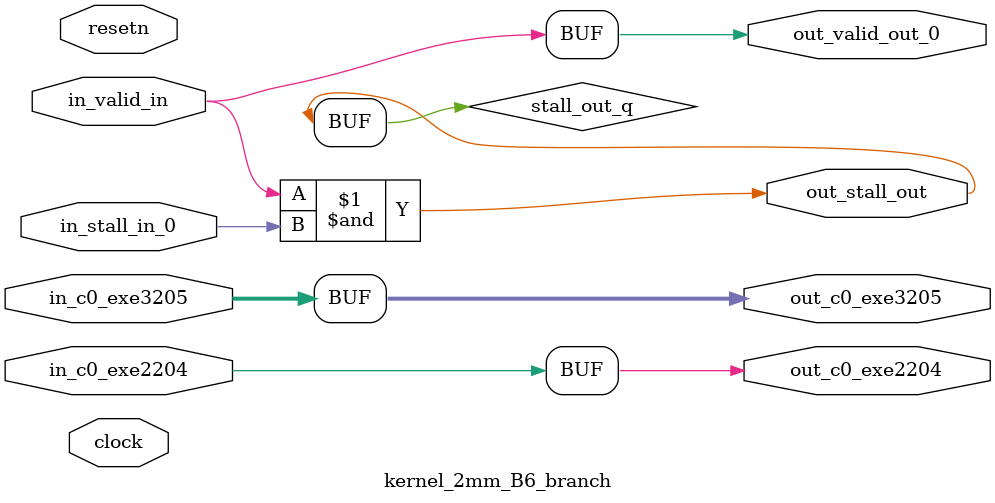
<source format=sv>



(* altera_attribute = "-name AUTO_SHIFT_REGISTER_RECOGNITION OFF; -name MESSAGE_DISABLE 10036; -name MESSAGE_DISABLE 10037; -name MESSAGE_DISABLE 14130; -name MESSAGE_DISABLE 14320; -name MESSAGE_DISABLE 15400; -name MESSAGE_DISABLE 14130; -name MESSAGE_DISABLE 10036; -name MESSAGE_DISABLE 12020; -name MESSAGE_DISABLE 12030; -name MESSAGE_DISABLE 12010; -name MESSAGE_DISABLE 12110; -name MESSAGE_DISABLE 14320; -name MESSAGE_DISABLE 13410; -name MESSAGE_DISABLE 113007; -name MESSAGE_DISABLE 10958" *)
module kernel_2mm_B6_branch (
    input wire [0:0] in_c0_exe2204,
    input wire [31:0] in_c0_exe3205,
    input wire [0:0] in_stall_in_0,
    input wire [0:0] in_valid_in,
    output wire [0:0] out_c0_exe2204,
    output wire [31:0] out_c0_exe3205,
    output wire [0:0] out_stall_out,
    output wire [0:0] out_valid_out_0,
    input wire clock,
    input wire resetn
    );

    wire [0:0] stall_out_q;


    // out_c0_exe2204(GPOUT,6)
    assign out_c0_exe2204 = in_c0_exe2204;

    // out_c0_exe3205(GPOUT,7)
    assign out_c0_exe3205 = in_c0_exe3205;

    // stall_out(LOGICAL,10)
    assign stall_out_q = in_valid_in & in_stall_in_0;

    // out_stall_out(GPOUT,8)
    assign out_stall_out = stall_out_q;

    // out_valid_out_0(GPOUT,9)
    assign out_valid_out_0 = in_valid_in;

endmodule

</source>
